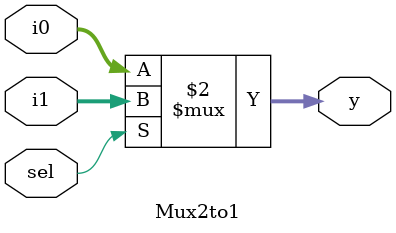
<source format=v>
module Mux2to1 #(parameter N = 32) (
	i0, i1, 
	sel, 
	y
);
	input [N-1:0] i0, i1;
	input sel;
	output [N-1:0] y;

	assign y = (sel==1'b1) ? i1 : i0;

endmodule

</source>
